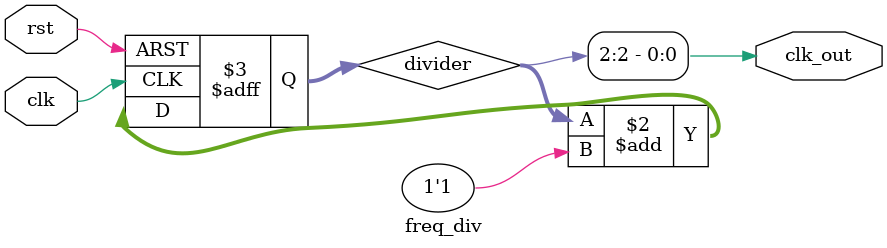
<source format=v>
module freq_div(clk, rst, clk_out);
	parameter	EXP = 3;
	// divided by default power(2, 3)
	
	input 	clk, rst;
	output 	clk_out;

	reg  [EXP-1:0] divider;

	assign clk_out = divider[EXP-1];

	always @(posedge clk or posedge rst) begin
		if (rst)
	   		divider = {EXP {1'b0}}; 
	   	else
			divider = divider + 1'b1; 
	end // always
endmodule

</source>
